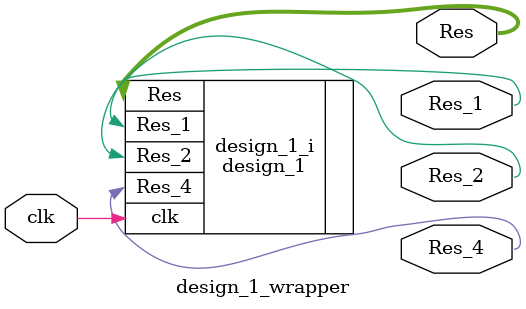
<source format=v>
`timescale 1 ps / 1 ps

module design_1_wrapper
   (Res,
    Res_1,
    Res_2,
    Res_4,
    clk);
  output [7:0]Res;
  output [0:0]Res_1;
  output [0:0]Res_2;
  output [0:0]Res_4;
  input clk;

  wire [7:0]Res;
  wire [0:0]Res_1;
  wire [0:0]Res_2;
  wire [0:0]Res_4;
  wire clk;

  design_1 design_1_i
       (.Res(Res),
        .Res_1(Res_1),
        .Res_2(Res_2),
        .Res_4(Res_4),
        .clk(clk));
endmodule

</source>
